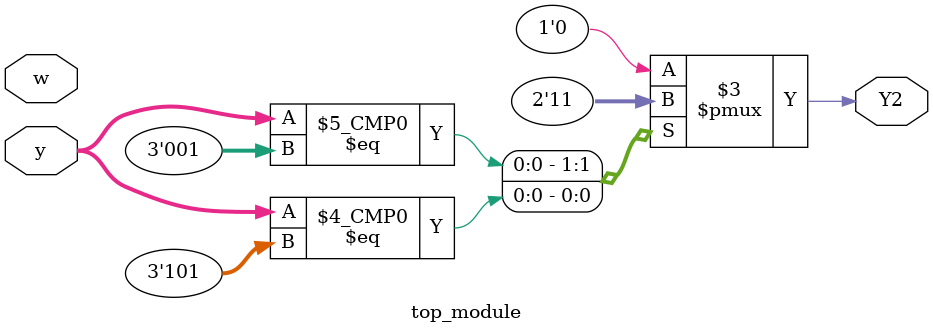
<source format=sv>
module top_module(
	input [3:1] y,
	input w,
	output reg Y2);

	always @(*) begin
		case (y)
			3'b000: Y2 = 1'b0; // A -> B
			3'b001: Y2 = 1'b1; // B -> A
			3'b010: Y2 = 1'b0; // C -> D
			3'b011: Y2 = 1'b0; // D -> A
			3'b100: Y2 = 1'b0; // E -> D
			3'b101: Y2 = 1'b1; // F -> D
			default: Y2 = 1'b0; // Default
		endcase
	end

endmodule

</source>
